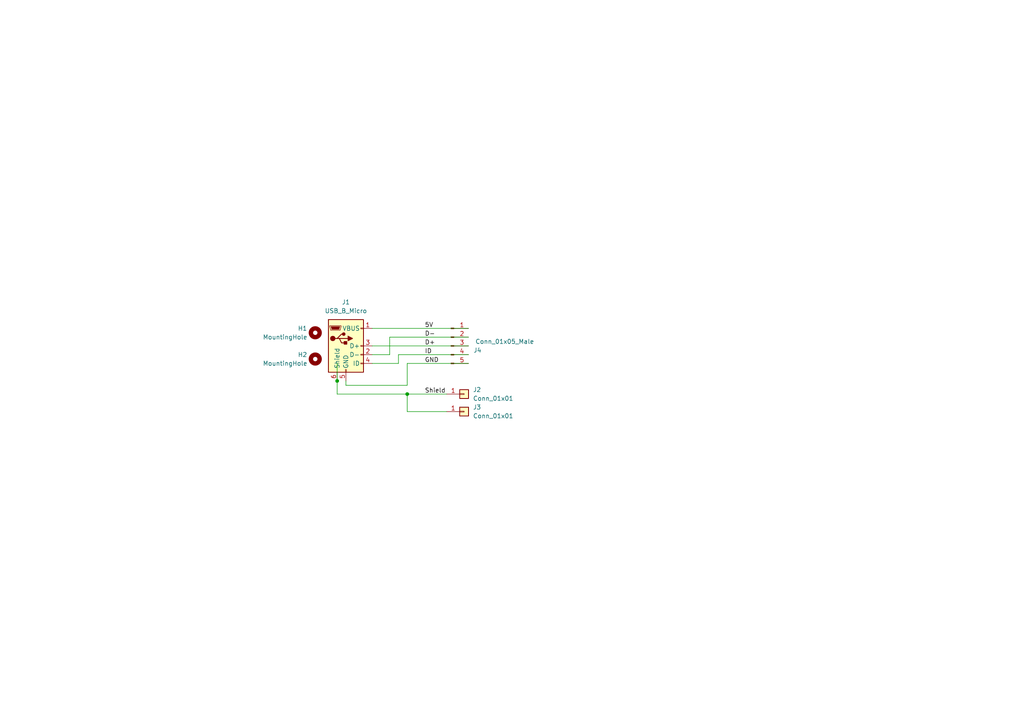
<source format=kicad_sch>
(kicad_sch (version 20211123) (generator eeschema)
  (paper "A4")
  (lib_symbols
    (symbol "Connector:Conn_01x05_Male" (pin_names (offset 1.016) hide)
      (property "Reference" "J" (at 0 7.62 0))
      (property "Value" "Conn_01x05_Male" (at 0 -7.62 0))
      (symbol "Conn_01x05_Male_1_1"
        (polyline (pts (xy 1.27 -5.08) (xy 0.8636 -5.08)) (stroke (width 0.1524)))
        (polyline (pts (xy 1.27 -2.54) (xy 0.8636 -2.54)) (stroke (width 0.1524)))
        (polyline (pts (xy 1.27 0) (xy 0.8636 0)) (stroke (width 0.1524)))
        (polyline (pts (xy 1.27 2.54) (xy 0.8636 2.54)) (stroke (width 0.1524)))
        (polyline (pts (xy 1.27 5.08) (xy 0.8636 5.08)) (stroke (width 0.1524)))
        (rectangle (start 0.8636 -4.953) (end 0 -5.207) (stroke (width 0.1524)) (fill (type outline)))
        (rectangle (start 0.8636 -2.413) (end 0 -2.667) (stroke (width 0.1524)) (fill (type outline)))
        (rectangle (start 0.8636 0.127) (end 0 -0.127) (stroke (width 0.1524)) (fill (type outline)))
        (rectangle (start 0.8636 2.667) (end 0 2.413) (stroke (width 0.1524)) (fill (type outline)))
        (rectangle (start 0.8636 5.207) (end 0 4.953) (stroke (width 0.1524)) (fill (type outline)))
        (pin passive line (at 5.08 5.08 180) (length 3.81) (name "Pin_1") (number "1"))
        (pin passive line (at 5.08 2.54 180) (length 3.81) (name "Pin_2") (number "2"))
        (pin passive line (at 5.08 0 180) (length 3.81) (name "Pin_3") (number "3"))
        (pin passive line (at 5.08 -2.54 180) (length 3.81) (name "Pin_4") (number "4"))
        (pin passive line (at 5.08 -5.08 180) (length 3.81) (name "Pin_5") (number "5"))
      )
    )
    (symbol "Connector:USB_B_Micro" (pin_names (offset 1.016))
      (property "Reference" "J" (at -5.08 11.43 0))
      (property "Value" "USB_B_Micro" (at -5.08 8.89 0))
      (symbol "USB_B_Micro_0_1"
        (rectangle (start -5.08 -7.62) (end 5.08 7.62) (stroke (width 0.254)) (fill (type background)))
        (circle (center -3.81 2.159) (radius 0.635) (stroke (width 0.254)) (fill (type outline)))
        (circle (center -0.635 3.429) (radius 0.381) (stroke (width 0.254)) (fill (type outline)))
        (rectangle (start -0.127 -7.62) (end 0.127 -6.858))
        (polyline (pts (xy -1.905 2.159) (xy 0.635 2.159)) (stroke (width 0.254)))
        (polyline (pts (xy -3.175 2.159) (xy -2.54 2.159) (xy -1.27 3.429) (xy -0.635 3.429)) (stroke (width 0.254)))
        (polyline (pts (xy -2.54 2.159) (xy -1.905 2.159) (xy -1.27 0.889) (xy 0 0.889)) (stroke (width 0.254)))
        (polyline (pts (xy 0.635 2.794) (xy 0.635 1.524) (xy 1.905 2.159) (xy 0.635 2.794)) (stroke (width 0.254)) (fill (type outline)))
        (polyline (pts (xy -4.318 5.588) (xy -1.778 5.588) (xy -2.032 4.826) (xy -4.064 4.826) (xy -4.318 5.588)) (fill (type outline)))
        (polyline (pts (xy -4.699 5.842) (xy -4.699 5.588) (xy -4.445 4.826) (xy -4.445 4.572) (xy -1.651 4.572) (xy -1.651 4.826) (xy -1.397 5.588) (xy -1.397 5.842) (xy -4.699 5.842)))
        (rectangle (start 0.254 1.27) (end -0.508 0.508) (stroke (width 0.254)) (fill (type outline)))
        (rectangle (start 5.08 -5.207) (end 4.318 -4.953))
        (rectangle (start 5.08 -2.667) (end 4.318 -2.413))
        (rectangle (start 5.08 -0.127) (end 4.318 0.127))
        (rectangle (start 5.08 4.953) (end 4.318 5.207))
      )
      (symbol "USB_B_Micro_1_1"
        (pin power_out line (at 7.62 5.08 180) (length 2.54) (name "VBUS") (number "1"))
        (pin bidirectional line (at 7.62 -2.54 180) (length 2.54) (name "D-") (number "2"))
        (pin bidirectional line (at 7.62 0 180) (length 2.54) (name "D+") (number "3"))
        (pin passive line (at 7.62 -5.08 180) (length 2.54) (name "ID") (number "4"))
        (pin power_out line (at 0 -10.16 90) (length 2.54) (name "GND") (number "5"))
        (pin passive line (at -2.54 -10.16 90) (length 2.54) (name "Shield") (number "6"))
      )
    )
    (symbol "Connector_Generic:Conn_01x01" (pin_names (offset 1.016) hide)
      (property "Reference" "J" (at 0 2.54 0))
      (property "Value" "Conn_01x01" (at 0 -2.54 0))
      (symbol "Conn_01x01_1_1"
        (rectangle (start -1.27 0.127) (end 0 -0.127) (stroke (width 0.1524)))
        (rectangle (start -1.27 1.27) (end 1.27 -1.27) (stroke (width 0.254)) (fill (type background)))
        (pin passive line (at -5.08 0 0) (length 3.81) (name "Pin_1") (number "1"))
      )
    )
    (symbol "Mechanical:MountingHole" (pin_names (offset 1.016))
      (property "Reference" "H" (at 0 5.08 0))
      (property "Value" "MountingHole" (at 0 3.175 0))
      (symbol "MountingHole_0_1"
        (circle (center 0 0) (radius 1.27) (stroke (width 1.27)))
      )
    )
  )
  (junction (at 118.11 114.3))
  (junction (at 97.79 110.49))
  (wire (pts (xy 97.79 105.41) (xy 97.79 110.49)))
  (wire (pts (xy 115.57 105.41) (xy 115.57 102.87)))
  (wire (pts (xy 107.95 100.33) (xy 135.89 100.33)))
  (wire (pts (xy 118.11 105.41) (xy 135.89 105.41)))
  (wire (pts (xy 113.03 102.87) (xy 113.03 97.79)))
  (wire (pts (xy 118.11 114.3) (xy 129.54 114.3)))
  (wire (pts (xy 107.95 105.41) (xy 115.57 105.41)))
  (wire (pts (xy 115.57 102.87) (xy 135.89 102.87)))
  (wire (pts (xy 97.79 114.3) (xy 118.11 114.3)))
  (wire (pts (xy 118.11 119.38) (xy 129.54 119.38)))
  (wire (pts (xy 107.95 95.25) (xy 135.89 95.25)))
  (wire (pts (xy 97.79 110.49) (xy 97.79 114.3)))
  (wire (pts (xy 118.11 114.3) (xy 118.11 119.38)))
  (wire (pts (xy 113.03 97.79) (xy 135.89 97.79)))
  (wire (pts (xy 107.95 102.87) (xy 113.03 102.87)))
  (wire (pts (xy 118.11 111.76) (xy 118.11 105.41)))
  (wire (pts (xy 100.33 111.76) (xy 118.11 111.76)))
  (wire (pts (xy 100.33 110.49) (xy 100.33 111.76)))
  (label "D+" (at 123.19 100.33 0))
  (label "D-" (at 123.19 97.79 0))
  (label "ID" (at 123.19 102.87 0))
  (label "Shield" (at 123.19 114.3 0))
  (label "GND" (at 123.19 105.41 0))
  (label "5V" (at 123.19 95.25 0))
  (symbol (lib_id "Connector:Conn_01x05_Male") (at 130.81 100.33 0) (unit 1)
    (property "Reference" "J4" (at 139.7 101.6 0) (effects (justify right)))
    (property "Value" "Conn_01x05_Male" (at 154.94 99.06 0) (effects (justify right)))
    (property "Footprint" "Connector_PinHeader_2.54mm:PinHeader_1x05_P2.54mm_Vertical" (effects hide))
  )
  (symbol (lib_id "Mechanical:MountingHole") (at 91.44 104.14 0) (unit 1)
    (property "Reference" "H2" (at 86.36 102.87 0) (effects (justify left)))
    (property "Value" "MountingHole" (at 76.2 105.41 0) (effects (justify left)))
    (property "Footprint" "MountingHole:MountingHole_3.2mm_M3" (effects hide))
  )
  (symbol (lib_id "Connector_Generic:Conn_01x01") (at 134.62 119.38 0) (unit 1)
    (property "Reference" "J3" (at 137.16 118.1099 0) (effects (justify left)))
    (property "Value" "Conn_01x01" (at 137.16 120.6499 0) (effects (justify left)))
    (property "Footprint" "Connector_Pin:Pin_D1.0mm_L10.0mm" (effects hide))
  )
  (symbol (lib_id "Connector_Generic:Conn_01x01") (at 134.62 114.3 0) (unit 1)
    (property "Reference" "J2" (at 137.16 113.0299 0) (effects (justify left)))
    (property "Value" "Conn_01x01" (at 137.16 115.5699 0) (effects (justify left)))
    (property "Footprint" "Connector_Pin:Pin_D1.0mm_L10.0mm" (effects hide))
  )
  (symbol (lib_id "Mechanical:MountingHole") (at 91.44 96.52 180) (unit 1)
    (property "Reference" "H1" (at 86.36 95.25 0) (effects (justify right)))
    (property "Value" "MountingHole" (at 76.2 97.79 0) (effects (justify right)))
    (property "Footprint" "MountingHole:MountingHole_3.2mm_M3" (effects hide))
  )
  (symbol (lib_id "Connector:USB_B_Micro") (at 100.33 100.33 0) (unit 1)
    (property "Reference" "J1" (at 100.33 87.63 0))
    (property "Value" "USB_B_Micro" (at 100.33 90.17 0))
    (property "Footprint" "Connector_USB:USB_Micro-B_Molex-105017-0001" (effects hide))
  )
)
</source>
